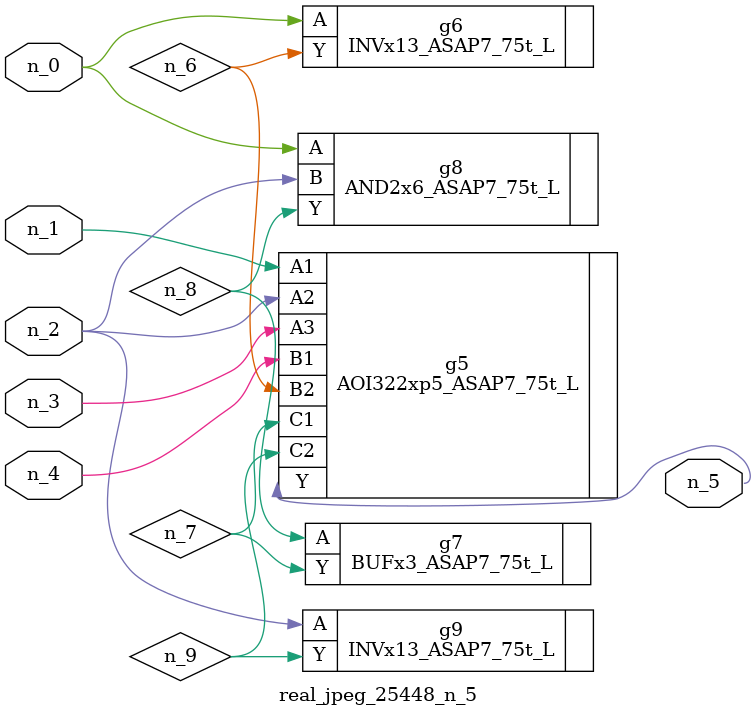
<source format=v>
module real_jpeg_25448_n_5 (n_4, n_0, n_1, n_2, n_3, n_5);

input n_4;
input n_0;
input n_1;
input n_2;
input n_3;

output n_5;

wire n_8;
wire n_6;
wire n_7;
wire n_9;

INVx13_ASAP7_75t_L g6 ( 
.A(n_0),
.Y(n_6)
);

AND2x6_ASAP7_75t_L g8 ( 
.A(n_0),
.B(n_2),
.Y(n_8)
);

AOI322xp5_ASAP7_75t_L g5 ( 
.A1(n_1),
.A2(n_2),
.A3(n_3),
.B1(n_4),
.B2(n_6),
.C1(n_7),
.C2(n_9),
.Y(n_5)
);

INVx13_ASAP7_75t_L g9 ( 
.A(n_2),
.Y(n_9)
);

BUFx3_ASAP7_75t_L g7 ( 
.A(n_8),
.Y(n_7)
);


endmodule
</source>
